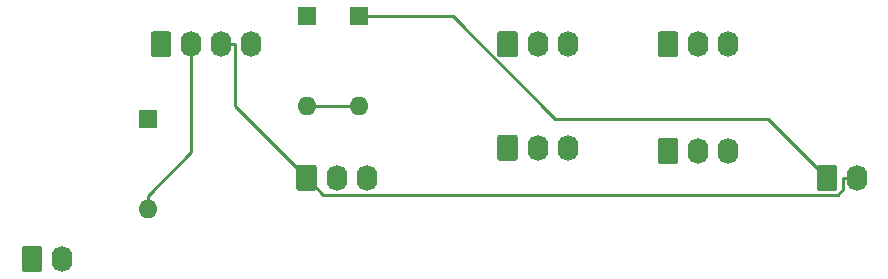
<source format=gbr>
G04 #@! TF.GenerationSoftware,KiCad,Pcbnew,(5.1.5-0-10_14)*
G04 #@! TF.CreationDate,2021-05-10T12:45:42+10:00*
G04 #@! TF.ProjectId,OH - Right Console - 1 - Electrical Power,4f48202d-2052-4696-9768-7420436f6e73,rev?*
G04 #@! TF.SameCoordinates,Original*
G04 #@! TF.FileFunction,Copper,L1,Top*
G04 #@! TF.FilePolarity,Positive*
%FSLAX46Y46*%
G04 Gerber Fmt 4.6, Leading zero omitted, Abs format (unit mm)*
G04 Created by KiCad (PCBNEW (5.1.5-0-10_14)) date 2021-05-10 12:45:42*
%MOMM*%
%LPD*%
G04 APERTURE LIST*
%ADD10O,1.740000X2.200000*%
%ADD11C,0.100000*%
%ADD12O,1.600000X1.600000*%
%ADD13R,1.600000X1.600000*%
%ADD14C,0.250000*%
G04 APERTURE END LIST*
D10*
X138303000Y-82042000D03*
X135763000Y-82042000D03*
G04 #@! TA.AperFunction,ComponentPad*
D11*
G36*
X133867505Y-80943204D02*
G01*
X133891773Y-80946804D01*
X133915572Y-80952765D01*
X133938671Y-80961030D01*
X133960850Y-80971520D01*
X133981893Y-80984132D01*
X134001599Y-80998747D01*
X134019777Y-81015223D01*
X134036253Y-81033401D01*
X134050868Y-81053107D01*
X134063480Y-81074150D01*
X134073970Y-81096329D01*
X134082235Y-81119428D01*
X134088196Y-81143227D01*
X134091796Y-81167495D01*
X134093000Y-81191999D01*
X134093000Y-82892001D01*
X134091796Y-82916505D01*
X134088196Y-82940773D01*
X134082235Y-82964572D01*
X134073970Y-82987671D01*
X134063480Y-83009850D01*
X134050868Y-83030893D01*
X134036253Y-83050599D01*
X134019777Y-83068777D01*
X134001599Y-83085253D01*
X133981893Y-83099868D01*
X133960850Y-83112480D01*
X133938671Y-83122970D01*
X133915572Y-83131235D01*
X133891773Y-83137196D01*
X133867505Y-83140796D01*
X133843001Y-83142000D01*
X132602999Y-83142000D01*
X132578495Y-83140796D01*
X132554227Y-83137196D01*
X132530428Y-83131235D01*
X132507329Y-83122970D01*
X132485150Y-83112480D01*
X132464107Y-83099868D01*
X132444401Y-83085253D01*
X132426223Y-83068777D01*
X132409747Y-83050599D01*
X132395132Y-83030893D01*
X132382520Y-83009850D01*
X132372030Y-82987671D01*
X132363765Y-82964572D01*
X132357804Y-82940773D01*
X132354204Y-82916505D01*
X132353000Y-82892001D01*
X132353000Y-81191999D01*
X132354204Y-81167495D01*
X132357804Y-81143227D01*
X132363765Y-81119428D01*
X132372030Y-81096329D01*
X132382520Y-81074150D01*
X132395132Y-81053107D01*
X132409747Y-81033401D01*
X132426223Y-81015223D01*
X132444401Y-80998747D01*
X132464107Y-80984132D01*
X132485150Y-80971520D01*
X132507329Y-80961030D01*
X132530428Y-80952765D01*
X132554227Y-80946804D01*
X132578495Y-80943204D01*
X132602999Y-80942000D01*
X133843001Y-80942000D01*
X133867505Y-80943204D01*
G37*
G04 #@! TD.AperFunction*
D10*
X151892000Y-82042000D03*
X149352000Y-82042000D03*
G04 #@! TA.AperFunction,ComponentPad*
D11*
G36*
X147456505Y-80943204D02*
G01*
X147480773Y-80946804D01*
X147504572Y-80952765D01*
X147527671Y-80961030D01*
X147549850Y-80971520D01*
X147570893Y-80984132D01*
X147590599Y-80998747D01*
X147608777Y-81015223D01*
X147625253Y-81033401D01*
X147639868Y-81053107D01*
X147652480Y-81074150D01*
X147662970Y-81096329D01*
X147671235Y-81119428D01*
X147677196Y-81143227D01*
X147680796Y-81167495D01*
X147682000Y-81191999D01*
X147682000Y-82892001D01*
X147680796Y-82916505D01*
X147677196Y-82940773D01*
X147671235Y-82964572D01*
X147662970Y-82987671D01*
X147652480Y-83009850D01*
X147639868Y-83030893D01*
X147625253Y-83050599D01*
X147608777Y-83068777D01*
X147590599Y-83085253D01*
X147570893Y-83099868D01*
X147549850Y-83112480D01*
X147527671Y-83122970D01*
X147504572Y-83131235D01*
X147480773Y-83137196D01*
X147456505Y-83140796D01*
X147432001Y-83142000D01*
X146191999Y-83142000D01*
X146167495Y-83140796D01*
X146143227Y-83137196D01*
X146119428Y-83131235D01*
X146096329Y-83122970D01*
X146074150Y-83112480D01*
X146053107Y-83099868D01*
X146033401Y-83085253D01*
X146015223Y-83068777D01*
X145998747Y-83050599D01*
X145984132Y-83030893D01*
X145971520Y-83009850D01*
X145961030Y-82987671D01*
X145952765Y-82964572D01*
X145946804Y-82940773D01*
X145943204Y-82916505D01*
X145942000Y-82892001D01*
X145942000Y-81191999D01*
X145943204Y-81167495D01*
X145946804Y-81143227D01*
X145952765Y-81119428D01*
X145961030Y-81096329D01*
X145971520Y-81074150D01*
X145984132Y-81053107D01*
X145998747Y-81033401D01*
X146015223Y-81015223D01*
X146033401Y-80998747D01*
X146053107Y-80984132D01*
X146074150Y-80971520D01*
X146096329Y-80961030D01*
X146119428Y-80952765D01*
X146143227Y-80946804D01*
X146167495Y-80943204D01*
X146191999Y-80942000D01*
X147432001Y-80942000D01*
X147456505Y-80943204D01*
G37*
G04 #@! TD.AperFunction*
D10*
X138303000Y-90805000D03*
X135763000Y-90805000D03*
G04 #@! TA.AperFunction,ComponentPad*
D11*
G36*
X133867505Y-89706204D02*
G01*
X133891773Y-89709804D01*
X133915572Y-89715765D01*
X133938671Y-89724030D01*
X133960850Y-89734520D01*
X133981893Y-89747132D01*
X134001599Y-89761747D01*
X134019777Y-89778223D01*
X134036253Y-89796401D01*
X134050868Y-89816107D01*
X134063480Y-89837150D01*
X134073970Y-89859329D01*
X134082235Y-89882428D01*
X134088196Y-89906227D01*
X134091796Y-89930495D01*
X134093000Y-89954999D01*
X134093000Y-91655001D01*
X134091796Y-91679505D01*
X134088196Y-91703773D01*
X134082235Y-91727572D01*
X134073970Y-91750671D01*
X134063480Y-91772850D01*
X134050868Y-91793893D01*
X134036253Y-91813599D01*
X134019777Y-91831777D01*
X134001599Y-91848253D01*
X133981893Y-91862868D01*
X133960850Y-91875480D01*
X133938671Y-91885970D01*
X133915572Y-91894235D01*
X133891773Y-91900196D01*
X133867505Y-91903796D01*
X133843001Y-91905000D01*
X132602999Y-91905000D01*
X132578495Y-91903796D01*
X132554227Y-91900196D01*
X132530428Y-91894235D01*
X132507329Y-91885970D01*
X132485150Y-91875480D01*
X132464107Y-91862868D01*
X132444401Y-91848253D01*
X132426223Y-91831777D01*
X132409747Y-91813599D01*
X132395132Y-91793893D01*
X132382520Y-91772850D01*
X132372030Y-91750671D01*
X132363765Y-91727572D01*
X132357804Y-91703773D01*
X132354204Y-91679505D01*
X132353000Y-91655001D01*
X132353000Y-89954999D01*
X132354204Y-89930495D01*
X132357804Y-89906227D01*
X132363765Y-89882428D01*
X132372030Y-89859329D01*
X132382520Y-89837150D01*
X132395132Y-89816107D01*
X132409747Y-89796401D01*
X132426223Y-89778223D01*
X132444401Y-89761747D01*
X132464107Y-89747132D01*
X132485150Y-89734520D01*
X132507329Y-89724030D01*
X132530428Y-89715765D01*
X132554227Y-89709804D01*
X132578495Y-89706204D01*
X132602999Y-89705000D01*
X133843001Y-89705000D01*
X133867505Y-89706204D01*
G37*
G04 #@! TD.AperFunction*
D10*
X151892000Y-91059000D03*
X149352000Y-91059000D03*
G04 #@! TA.AperFunction,ComponentPad*
D11*
G36*
X147456505Y-89960204D02*
G01*
X147480773Y-89963804D01*
X147504572Y-89969765D01*
X147527671Y-89978030D01*
X147549850Y-89988520D01*
X147570893Y-90001132D01*
X147590599Y-90015747D01*
X147608777Y-90032223D01*
X147625253Y-90050401D01*
X147639868Y-90070107D01*
X147652480Y-90091150D01*
X147662970Y-90113329D01*
X147671235Y-90136428D01*
X147677196Y-90160227D01*
X147680796Y-90184495D01*
X147682000Y-90208999D01*
X147682000Y-91909001D01*
X147680796Y-91933505D01*
X147677196Y-91957773D01*
X147671235Y-91981572D01*
X147662970Y-92004671D01*
X147652480Y-92026850D01*
X147639868Y-92047893D01*
X147625253Y-92067599D01*
X147608777Y-92085777D01*
X147590599Y-92102253D01*
X147570893Y-92116868D01*
X147549850Y-92129480D01*
X147527671Y-92139970D01*
X147504572Y-92148235D01*
X147480773Y-92154196D01*
X147456505Y-92157796D01*
X147432001Y-92159000D01*
X146191999Y-92159000D01*
X146167495Y-92157796D01*
X146143227Y-92154196D01*
X146119428Y-92148235D01*
X146096329Y-92139970D01*
X146074150Y-92129480D01*
X146053107Y-92116868D01*
X146033401Y-92102253D01*
X146015223Y-92085777D01*
X145998747Y-92067599D01*
X145984132Y-92047893D01*
X145971520Y-92026850D01*
X145961030Y-92004671D01*
X145952765Y-91981572D01*
X145946804Y-91957773D01*
X145943204Y-91933505D01*
X145942000Y-91909001D01*
X145942000Y-90208999D01*
X145943204Y-90184495D01*
X145946804Y-90160227D01*
X145952765Y-90136428D01*
X145961030Y-90113329D01*
X145971520Y-90091150D01*
X145984132Y-90070107D01*
X145998747Y-90050401D01*
X146015223Y-90032223D01*
X146033401Y-90015747D01*
X146053107Y-90001132D01*
X146074150Y-89988520D01*
X146096329Y-89978030D01*
X146119428Y-89969765D01*
X146143227Y-89963804D01*
X146167495Y-89960204D01*
X146191999Y-89959000D01*
X147432001Y-89959000D01*
X147456505Y-89960204D01*
G37*
G04 #@! TD.AperFunction*
D10*
X111506000Y-82042000D03*
X108966000Y-82042000D03*
X106426000Y-82042000D03*
G04 #@! TA.AperFunction,ComponentPad*
D11*
G36*
X104530505Y-80943204D02*
G01*
X104554773Y-80946804D01*
X104578572Y-80952765D01*
X104601671Y-80961030D01*
X104623850Y-80971520D01*
X104644893Y-80984132D01*
X104664599Y-80998747D01*
X104682777Y-81015223D01*
X104699253Y-81033401D01*
X104713868Y-81053107D01*
X104726480Y-81074150D01*
X104736970Y-81096329D01*
X104745235Y-81119428D01*
X104751196Y-81143227D01*
X104754796Y-81167495D01*
X104756000Y-81191999D01*
X104756000Y-82892001D01*
X104754796Y-82916505D01*
X104751196Y-82940773D01*
X104745235Y-82964572D01*
X104736970Y-82987671D01*
X104726480Y-83009850D01*
X104713868Y-83030893D01*
X104699253Y-83050599D01*
X104682777Y-83068777D01*
X104664599Y-83085253D01*
X104644893Y-83099868D01*
X104623850Y-83112480D01*
X104601671Y-83122970D01*
X104578572Y-83131235D01*
X104554773Y-83137196D01*
X104530505Y-83140796D01*
X104506001Y-83142000D01*
X103265999Y-83142000D01*
X103241495Y-83140796D01*
X103217227Y-83137196D01*
X103193428Y-83131235D01*
X103170329Y-83122970D01*
X103148150Y-83112480D01*
X103127107Y-83099868D01*
X103107401Y-83085253D01*
X103089223Y-83068777D01*
X103072747Y-83050599D01*
X103058132Y-83030893D01*
X103045520Y-83009850D01*
X103035030Y-82987671D01*
X103026765Y-82964572D01*
X103020804Y-82940773D01*
X103017204Y-82916505D01*
X103016000Y-82892001D01*
X103016000Y-81191999D01*
X103017204Y-81167495D01*
X103020804Y-81143227D01*
X103026765Y-81119428D01*
X103035030Y-81096329D01*
X103045520Y-81074150D01*
X103058132Y-81053107D01*
X103072747Y-81033401D01*
X103089223Y-81015223D01*
X103107401Y-80998747D01*
X103127107Y-80984132D01*
X103148150Y-80971520D01*
X103170329Y-80961030D01*
X103193428Y-80952765D01*
X103217227Y-80946804D01*
X103241495Y-80943204D01*
X103265999Y-80942000D01*
X104506001Y-80942000D01*
X104530505Y-80943204D01*
G37*
G04 #@! TD.AperFunction*
D10*
X162814000Y-93345000D03*
G04 #@! TA.AperFunction,ComponentPad*
D11*
G36*
X160918505Y-92246204D02*
G01*
X160942773Y-92249804D01*
X160966572Y-92255765D01*
X160989671Y-92264030D01*
X161011850Y-92274520D01*
X161032893Y-92287132D01*
X161052599Y-92301747D01*
X161070777Y-92318223D01*
X161087253Y-92336401D01*
X161101868Y-92356107D01*
X161114480Y-92377150D01*
X161124970Y-92399329D01*
X161133235Y-92422428D01*
X161139196Y-92446227D01*
X161142796Y-92470495D01*
X161144000Y-92494999D01*
X161144000Y-94195001D01*
X161142796Y-94219505D01*
X161139196Y-94243773D01*
X161133235Y-94267572D01*
X161124970Y-94290671D01*
X161114480Y-94312850D01*
X161101868Y-94333893D01*
X161087253Y-94353599D01*
X161070777Y-94371777D01*
X161052599Y-94388253D01*
X161032893Y-94402868D01*
X161011850Y-94415480D01*
X160989671Y-94425970D01*
X160966572Y-94434235D01*
X160942773Y-94440196D01*
X160918505Y-94443796D01*
X160894001Y-94445000D01*
X159653999Y-94445000D01*
X159629495Y-94443796D01*
X159605227Y-94440196D01*
X159581428Y-94434235D01*
X159558329Y-94425970D01*
X159536150Y-94415480D01*
X159515107Y-94402868D01*
X159495401Y-94388253D01*
X159477223Y-94371777D01*
X159460747Y-94353599D01*
X159446132Y-94333893D01*
X159433520Y-94312850D01*
X159423030Y-94290671D01*
X159414765Y-94267572D01*
X159408804Y-94243773D01*
X159405204Y-94219505D01*
X159404000Y-94195001D01*
X159404000Y-92494999D01*
X159405204Y-92470495D01*
X159408804Y-92446227D01*
X159414765Y-92422428D01*
X159423030Y-92399329D01*
X159433520Y-92377150D01*
X159446132Y-92356107D01*
X159460747Y-92336401D01*
X159477223Y-92318223D01*
X159495401Y-92301747D01*
X159515107Y-92287132D01*
X159536150Y-92274520D01*
X159558329Y-92264030D01*
X159581428Y-92255765D01*
X159605227Y-92249804D01*
X159629495Y-92246204D01*
X159653999Y-92245000D01*
X160894001Y-92245000D01*
X160918505Y-92246204D01*
G37*
G04 #@! TD.AperFunction*
D10*
X95504000Y-100203000D03*
G04 #@! TA.AperFunction,ComponentPad*
D11*
G36*
X93608505Y-99104204D02*
G01*
X93632773Y-99107804D01*
X93656572Y-99113765D01*
X93679671Y-99122030D01*
X93701850Y-99132520D01*
X93722893Y-99145132D01*
X93742599Y-99159747D01*
X93760777Y-99176223D01*
X93777253Y-99194401D01*
X93791868Y-99214107D01*
X93804480Y-99235150D01*
X93814970Y-99257329D01*
X93823235Y-99280428D01*
X93829196Y-99304227D01*
X93832796Y-99328495D01*
X93834000Y-99352999D01*
X93834000Y-101053001D01*
X93832796Y-101077505D01*
X93829196Y-101101773D01*
X93823235Y-101125572D01*
X93814970Y-101148671D01*
X93804480Y-101170850D01*
X93791868Y-101191893D01*
X93777253Y-101211599D01*
X93760777Y-101229777D01*
X93742599Y-101246253D01*
X93722893Y-101260868D01*
X93701850Y-101273480D01*
X93679671Y-101283970D01*
X93656572Y-101292235D01*
X93632773Y-101298196D01*
X93608505Y-101301796D01*
X93584001Y-101303000D01*
X92343999Y-101303000D01*
X92319495Y-101301796D01*
X92295227Y-101298196D01*
X92271428Y-101292235D01*
X92248329Y-101283970D01*
X92226150Y-101273480D01*
X92205107Y-101260868D01*
X92185401Y-101246253D01*
X92167223Y-101229777D01*
X92150747Y-101211599D01*
X92136132Y-101191893D01*
X92123520Y-101170850D01*
X92113030Y-101148671D01*
X92104765Y-101125572D01*
X92098804Y-101101773D01*
X92095204Y-101077505D01*
X92094000Y-101053001D01*
X92094000Y-99352999D01*
X92095204Y-99328495D01*
X92098804Y-99304227D01*
X92104765Y-99280428D01*
X92113030Y-99257329D01*
X92123520Y-99235150D01*
X92136132Y-99214107D01*
X92150747Y-99194401D01*
X92167223Y-99176223D01*
X92185401Y-99159747D01*
X92205107Y-99145132D01*
X92226150Y-99132520D01*
X92248329Y-99122030D01*
X92271428Y-99113765D01*
X92295227Y-99107804D01*
X92319495Y-99104204D01*
X92343999Y-99103000D01*
X93584001Y-99103000D01*
X93608505Y-99104204D01*
G37*
G04 #@! TD.AperFunction*
D10*
X121285000Y-93345000D03*
X118745000Y-93345000D03*
G04 #@! TA.AperFunction,ComponentPad*
D11*
G36*
X116849505Y-92246204D02*
G01*
X116873773Y-92249804D01*
X116897572Y-92255765D01*
X116920671Y-92264030D01*
X116942850Y-92274520D01*
X116963893Y-92287132D01*
X116983599Y-92301747D01*
X117001777Y-92318223D01*
X117018253Y-92336401D01*
X117032868Y-92356107D01*
X117045480Y-92377150D01*
X117055970Y-92399329D01*
X117064235Y-92422428D01*
X117070196Y-92446227D01*
X117073796Y-92470495D01*
X117075000Y-92494999D01*
X117075000Y-94195001D01*
X117073796Y-94219505D01*
X117070196Y-94243773D01*
X117064235Y-94267572D01*
X117055970Y-94290671D01*
X117045480Y-94312850D01*
X117032868Y-94333893D01*
X117018253Y-94353599D01*
X117001777Y-94371777D01*
X116983599Y-94388253D01*
X116963893Y-94402868D01*
X116942850Y-94415480D01*
X116920671Y-94425970D01*
X116897572Y-94434235D01*
X116873773Y-94440196D01*
X116849505Y-94443796D01*
X116825001Y-94445000D01*
X115584999Y-94445000D01*
X115560495Y-94443796D01*
X115536227Y-94440196D01*
X115512428Y-94434235D01*
X115489329Y-94425970D01*
X115467150Y-94415480D01*
X115446107Y-94402868D01*
X115426401Y-94388253D01*
X115408223Y-94371777D01*
X115391747Y-94353599D01*
X115377132Y-94333893D01*
X115364520Y-94312850D01*
X115354030Y-94290671D01*
X115345765Y-94267572D01*
X115339804Y-94243773D01*
X115336204Y-94219505D01*
X115335000Y-94195001D01*
X115335000Y-92494999D01*
X115336204Y-92470495D01*
X115339804Y-92446227D01*
X115345765Y-92422428D01*
X115354030Y-92399329D01*
X115364520Y-92377150D01*
X115377132Y-92356107D01*
X115391747Y-92336401D01*
X115408223Y-92318223D01*
X115426401Y-92301747D01*
X115446107Y-92287132D01*
X115467150Y-92274520D01*
X115489329Y-92264030D01*
X115512428Y-92255765D01*
X115536227Y-92249804D01*
X115560495Y-92246204D01*
X115584999Y-92245000D01*
X116825001Y-92245000D01*
X116849505Y-92246204D01*
G37*
G04 #@! TD.AperFunction*
D12*
X102743000Y-96012000D03*
D13*
X102743000Y-88392000D03*
D12*
X116205000Y-87292000D03*
D13*
X116205000Y-79672000D03*
D12*
X120650000Y-87292000D03*
D13*
X120650000Y-79672000D03*
D14*
X120650000Y-87292000D02*
X116205000Y-87292000D01*
X120650000Y-79672000D02*
X128569400Y-79672000D01*
X128569400Y-79672000D02*
X137273500Y-88376100D01*
X137273500Y-88376100D02*
X155305100Y-88376100D01*
X155305100Y-88376100D02*
X160274000Y-93345000D01*
X102743000Y-96012000D02*
X102743000Y-94886700D01*
X102743000Y-94886700D02*
X106426000Y-91203700D01*
X106426000Y-91203700D02*
X106426000Y-82042000D01*
X116205000Y-93345000D02*
X110161300Y-87301300D01*
X110161300Y-87301300D02*
X110161300Y-82042000D01*
X161618700Y-93345000D02*
X161618700Y-94316200D01*
X161618700Y-94316200D02*
X161163300Y-94771600D01*
X161163300Y-94771600D02*
X117631600Y-94771600D01*
X117631600Y-94771600D02*
X116205000Y-93345000D01*
X108966000Y-82042000D02*
X110161300Y-82042000D01*
X162814000Y-93345000D02*
X161618700Y-93345000D01*
M02*

</source>
